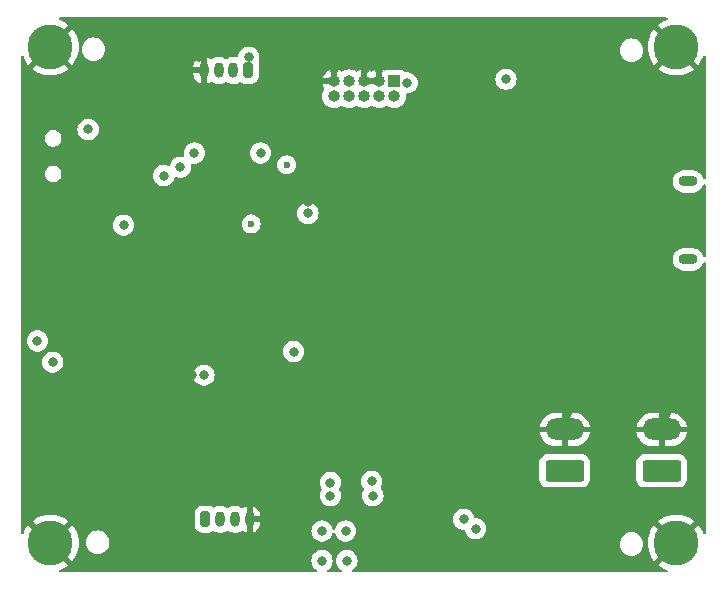
<source format=gbr>
%TF.GenerationSoftware,KiCad,Pcbnew,8.0.3*%
%TF.CreationDate,2024-07-29T11:00:05+05:30*%
%TF.ProjectId,SSTM32_REV2,5353544d-3332-45f5-9245-56322e6b6963,rev?*%
%TF.SameCoordinates,Original*%
%TF.FileFunction,Copper,L2,Inr*%
%TF.FilePolarity,Positive*%
%FSLAX46Y46*%
G04 Gerber Fmt 4.6, Leading zero omitted, Abs format (unit mm)*
G04 Created by KiCad (PCBNEW 8.0.3) date 2024-07-29 11:00:05*
%MOMM*%
%LPD*%
G01*
G04 APERTURE LIST*
G04 Aperture macros list*
%AMRoundRect*
0 Rectangle with rounded corners*
0 $1 Rounding radius*
0 $2 $3 $4 $5 $6 $7 $8 $9 X,Y pos of 4 corners*
0 Add a 4 corners polygon primitive as box body*
4,1,4,$2,$3,$4,$5,$6,$7,$8,$9,$2,$3,0*
0 Add four circle primitives for the rounded corners*
1,1,$1+$1,$2,$3*
1,1,$1+$1,$4,$5*
1,1,$1+$1,$6,$7*
1,1,$1+$1,$8,$9*
0 Add four rect primitives between the rounded corners*
20,1,$1+$1,$2,$3,$4,$5,0*
20,1,$1+$1,$4,$5,$6,$7,0*
20,1,$1+$1,$6,$7,$8,$9,0*
20,1,$1+$1,$8,$9,$2,$3,0*%
G04 Aperture macros list end*
%TA.AperFunction,ComponentPad*%
%ADD10RoundRect,0.250000X1.400000X-0.650000X1.400000X0.650000X-1.400000X0.650000X-1.400000X-0.650000X0*%
%TD*%
%TA.AperFunction,ComponentPad*%
%ADD11O,3.300000X1.800000*%
%TD*%
%TA.AperFunction,ComponentPad*%
%ADD12C,3.800000*%
%TD*%
%TA.AperFunction,ComponentPad*%
%ADD13RoundRect,0.200000X-0.200000X-0.450000X0.200000X-0.450000X0.200000X0.450000X-0.200000X0.450000X0*%
%TD*%
%TA.AperFunction,ComponentPad*%
%ADD14O,0.800000X1.300000*%
%TD*%
%TA.AperFunction,ComponentPad*%
%ADD15R,1.000000X1.000000*%
%TD*%
%TA.AperFunction,ComponentPad*%
%ADD16O,1.000000X1.000000*%
%TD*%
%TA.AperFunction,ComponentPad*%
%ADD17O,1.600000X0.900000*%
%TD*%
%TA.AperFunction,ComponentPad*%
%ADD18RoundRect,0.200000X0.200000X0.450000X-0.200000X0.450000X-0.200000X-0.450000X0.200000X-0.450000X0*%
%TD*%
%TA.AperFunction,ViaPad*%
%ADD19C,0.800000*%
%TD*%
%TA.AperFunction,ViaPad*%
%ADD20C,0.600000*%
%TD*%
G04 APERTURE END LIST*
D10*
%TO.N,+12V*%
%TO.C,J1*%
X188552500Y-116900000D03*
X196752500Y-116900000D03*
D11*
%TO.N,GND*%
X188552500Y-113400000D03*
X196752500Y-113400000D03*
%TD*%
D12*
%TO.N,GND*%
%TO.C,H2*%
X198000000Y-123000000D03*
%TD*%
%TO.N,GND*%
%TO.C,H1*%
X145000000Y-81000000D03*
%TD*%
%TO.N,GND*%
%TO.C,H3*%
X145000000Y-123000000D03*
%TD*%
D13*
%TO.N,+3.3V*%
%TO.C,J4*%
X158125000Y-121000000D03*
D14*
%TO.N,UART3_TX*%
X159375000Y-121000000D03*
%TO.N,UART3_RX*%
X160625000Y-121000000D03*
%TO.N,GND*%
X161875000Y-121000000D03*
%TD*%
D15*
%TO.N,+3.3V*%
%TO.C,J6*%
X174100000Y-83925000D03*
D16*
%TO.N,SWDIO*%
X174100000Y-85195000D03*
%TO.N,GND*%
X172830000Y-83925000D03*
%TO.N,SWCLK*%
X172830000Y-85195000D03*
%TO.N,GND*%
X171560000Y-83925000D03*
%TO.N,SWO*%
X171560000Y-85195000D03*
%TO.N,unconnected-(J6-Pin_7-Pad7)*%
X170290000Y-83925000D03*
%TO.N,unconnected-(J6-Pin_8-Pad8)*%
X170290000Y-85195000D03*
%TO.N,GND*%
X169020000Y-83925000D03*
%TO.N,NRST*%
X169020000Y-85195000D03*
%TD*%
D17*
%TO.N,unconnected-(J5-Shield-Pad6)_1*%
%TO.C,J5*%
X199000000Y-99000000D03*
%TO.N,unconnected-(J5-Shield-Pad6)*%
X199000000Y-92400000D03*
%TD*%
D12*
%TO.N,GND*%
%TO.C,H4*%
X198000000Y-81000000D03*
%TD*%
D18*
%TO.N,+3.3V*%
%TO.C,J3*%
X161750000Y-83000000D03*
D14*
%TO.N,I2C1_SCL*%
X160500000Y-83000000D03*
%TO.N,I2C1_SDA*%
X159250000Y-83000000D03*
%TO.N,GND*%
X158000000Y-83000000D03*
%TD*%
D19*
%TO.N,GND*%
X152100000Y-93000000D03*
X151000000Y-101300000D03*
X172900000Y-122000000D03*
X185000000Y-122500000D03*
X172850000Y-82900000D03*
X172900000Y-125000000D03*
X190900000Y-93800000D03*
X172300000Y-111000000D03*
X146300000Y-100100000D03*
X152000000Y-101300000D03*
X157600000Y-92000000D03*
X176100000Y-112000000D03*
X165800000Y-108900000D03*
X186000000Y-121800000D03*
X197100000Y-112100000D03*
X184000000Y-111000000D03*
X194000000Y-93000000D03*
X147500000Y-102600000D03*
X148100000Y-92500000D03*
X168975784Y-94188228D03*
X183800000Y-116500000D03*
X194000000Y-94200000D03*
X167200000Y-106000000D03*
X188700000Y-112100000D03*
X173000000Y-123900000D03*
X157000000Y-108800000D03*
X149000000Y-95200000D03*
X183575000Y-85750000D03*
X172895950Y-120871090D03*
X152000000Y-94300000D03*
X195000000Y-93000000D03*
X150000000Y-97800000D03*
X178080996Y-119290190D03*
X182400000Y-115600000D03*
X178100000Y-120200000D03*
X195200000Y-94200000D03*
X172100000Y-113000000D03*
X177900000Y-112000000D03*
X166800000Y-94100000D03*
X171600000Y-82900000D03*
X152100000Y-106500000D03*
X169050000Y-82900000D03*
X157600000Y-81900000D03*
%TO.N,+3.3V*%
X158000000Y-108800000D03*
X157200000Y-90000000D03*
X166800000Y-95100000D03*
X161800000Y-81900000D03*
X168700000Y-117900000D03*
X168000000Y-122000000D03*
X168000000Y-124500000D03*
X145200000Y-107700000D03*
X151200000Y-96100000D03*
X175200000Y-84050000D03*
X165600000Y-106800000D03*
X170100000Y-124500000D03*
X156000000Y-91200000D03*
X154600000Y-91900000D03*
X172300000Y-119000000D03*
X181000000Y-121800000D03*
X148200000Y-88000000D03*
X168700000Y-119000000D03*
X170000000Y-122000000D03*
X162800000Y-90000000D03*
X172200000Y-117800000D03*
X143900000Y-105900000D03*
X183575000Y-83750000D03*
X180000000Y-121000000D03*
D20*
%TO.N,NRST*%
X165000000Y-91000000D03*
X162000000Y-96000000D03*
%TD*%
%TA.AperFunction,Conductor*%
%TO.N,GND*%
G36*
X197210493Y-78520185D02*
G01*
X197256248Y-78572989D01*
X197266192Y-78642147D01*
X197237167Y-78705703D01*
X197189101Y-78739792D01*
X196976117Y-78824117D01*
X196976109Y-78824121D01*
X196711476Y-78969604D01*
X196711471Y-78969607D01*
X196486565Y-79133010D01*
X196486564Y-79133011D01*
X197417262Y-80063709D01*
X197283398Y-80160967D01*
X197160967Y-80283398D01*
X197063709Y-80417262D01*
X196135311Y-79488864D01*
X196054520Y-79586525D01*
X196054518Y-79586528D01*
X195892707Y-79841502D01*
X195892704Y-79841508D01*
X195764127Y-80114747D01*
X195764125Y-80114752D01*
X195670805Y-80401959D01*
X195614216Y-80698609D01*
X195614215Y-80698616D01*
X195595255Y-80999994D01*
X195595255Y-81000005D01*
X195614215Y-81301383D01*
X195614216Y-81301390D01*
X195670805Y-81598040D01*
X195764125Y-81885247D01*
X195764127Y-81885252D01*
X195892704Y-82158491D01*
X195892707Y-82158497D01*
X196054516Y-82413469D01*
X196135311Y-82511133D01*
X197063708Y-81582736D01*
X197160967Y-81716602D01*
X197283398Y-81839033D01*
X197417262Y-81936290D01*
X196486564Y-82866987D01*
X196486565Y-82866989D01*
X196711461Y-83030385D01*
X196711479Y-83030397D01*
X196976109Y-83175878D01*
X196976117Y-83175882D01*
X197256889Y-83287047D01*
X197256892Y-83287048D01*
X197549399Y-83362150D01*
X197848995Y-83399999D01*
X197849007Y-83400000D01*
X198150993Y-83400000D01*
X198151004Y-83399999D01*
X198450600Y-83362150D01*
X198743107Y-83287048D01*
X198743110Y-83287047D01*
X199023882Y-83175882D01*
X199023890Y-83175878D01*
X199288520Y-83030397D01*
X199288530Y-83030390D01*
X199513433Y-82866987D01*
X199513434Y-82866987D01*
X198582737Y-81936290D01*
X198716602Y-81839033D01*
X198839033Y-81716602D01*
X198936290Y-81582737D01*
X199864687Y-82511134D01*
X199945486Y-82413464D01*
X200107292Y-82158497D01*
X200107295Y-82158491D01*
X200235872Y-81885252D01*
X200235874Y-81885247D01*
X200257569Y-81818479D01*
X200297006Y-81760804D01*
X200361365Y-81733605D01*
X200430211Y-81745520D01*
X200481687Y-81792764D01*
X200499500Y-81856797D01*
X200499500Y-92067971D01*
X200479815Y-92135010D01*
X200427011Y-92180765D01*
X200357853Y-92190709D01*
X200294297Y-92161684D01*
X200260939Y-92115424D01*
X200221185Y-92019451D01*
X200192322Y-91949769D01*
X200192320Y-91949766D01*
X200192318Y-91949762D01*
X200088302Y-91794092D01*
X200088299Y-91794088D01*
X199955911Y-91661700D01*
X199955907Y-91661697D01*
X199800237Y-91557681D01*
X199800228Y-91557676D01*
X199627251Y-91486027D01*
X199627243Y-91486025D01*
X199443620Y-91449500D01*
X199443616Y-91449500D01*
X198556384Y-91449500D01*
X198556379Y-91449500D01*
X198372756Y-91486025D01*
X198372748Y-91486027D01*
X198199771Y-91557676D01*
X198199762Y-91557681D01*
X198044092Y-91661697D01*
X198044088Y-91661700D01*
X197911700Y-91794088D01*
X197911697Y-91794092D01*
X197807681Y-91949762D01*
X197807676Y-91949771D01*
X197736027Y-92122748D01*
X197736025Y-92122756D01*
X197699500Y-92306379D01*
X197699500Y-92493620D01*
X197736025Y-92677243D01*
X197736027Y-92677251D01*
X197807676Y-92850228D01*
X197807681Y-92850237D01*
X197911697Y-93005907D01*
X197911700Y-93005911D01*
X198044088Y-93138299D01*
X198044092Y-93138302D01*
X198199762Y-93242318D01*
X198199768Y-93242321D01*
X198199769Y-93242322D01*
X198372749Y-93313973D01*
X198556379Y-93350499D01*
X198556383Y-93350500D01*
X198556384Y-93350500D01*
X199443617Y-93350500D01*
X199443618Y-93350499D01*
X199627251Y-93313973D01*
X199800231Y-93242322D01*
X199955908Y-93138302D01*
X200088302Y-93005908D01*
X200192322Y-92850231D01*
X200260939Y-92684574D01*
X200304780Y-92630172D01*
X200371074Y-92608107D01*
X200438773Y-92625386D01*
X200486384Y-92676523D01*
X200499500Y-92732028D01*
X200499500Y-98667971D01*
X200479815Y-98735010D01*
X200427011Y-98780765D01*
X200357853Y-98790709D01*
X200294297Y-98761684D01*
X200260939Y-98715424D01*
X200192323Y-98549772D01*
X200192323Y-98549771D01*
X200192322Y-98549769D01*
X200192320Y-98549766D01*
X200192318Y-98549762D01*
X200088302Y-98394092D01*
X200088299Y-98394088D01*
X199955911Y-98261700D01*
X199955907Y-98261697D01*
X199800237Y-98157681D01*
X199800228Y-98157676D01*
X199627251Y-98086027D01*
X199627243Y-98086025D01*
X199443620Y-98049500D01*
X199443616Y-98049500D01*
X198556384Y-98049500D01*
X198556379Y-98049500D01*
X198372756Y-98086025D01*
X198372748Y-98086027D01*
X198199771Y-98157676D01*
X198199762Y-98157681D01*
X198044092Y-98261697D01*
X198044088Y-98261700D01*
X197911700Y-98394088D01*
X197911697Y-98394092D01*
X197807681Y-98549762D01*
X197807676Y-98549771D01*
X197736027Y-98722748D01*
X197736025Y-98722756D01*
X197699500Y-98906379D01*
X197699500Y-99093620D01*
X197736025Y-99277243D01*
X197736027Y-99277251D01*
X197807676Y-99450228D01*
X197807681Y-99450237D01*
X197911697Y-99605907D01*
X197911700Y-99605911D01*
X198044088Y-99738299D01*
X198044092Y-99738302D01*
X198199762Y-99842318D01*
X198199768Y-99842321D01*
X198199769Y-99842322D01*
X198372749Y-99913973D01*
X198556379Y-99950499D01*
X198556383Y-99950500D01*
X198556384Y-99950500D01*
X199443617Y-99950500D01*
X199443618Y-99950499D01*
X199627251Y-99913973D01*
X199800231Y-99842322D01*
X199955908Y-99738302D01*
X200088302Y-99605908D01*
X200192322Y-99450231D01*
X200260939Y-99284574D01*
X200304780Y-99230172D01*
X200371074Y-99208107D01*
X200438773Y-99225386D01*
X200486384Y-99276523D01*
X200499500Y-99332028D01*
X200499500Y-122143202D01*
X200479815Y-122210241D01*
X200427011Y-122255996D01*
X200357853Y-122265940D01*
X200294297Y-122236915D01*
X200257569Y-122181520D01*
X200235874Y-122114752D01*
X200235872Y-122114747D01*
X200107295Y-121841508D01*
X200107292Y-121841502D01*
X199945483Y-121586530D01*
X199864686Y-121488864D01*
X198936289Y-122417261D01*
X198839033Y-122283398D01*
X198716602Y-122160967D01*
X198582736Y-122063709D01*
X199513434Y-121133011D01*
X199513433Y-121133009D01*
X199288538Y-120969614D01*
X199288520Y-120969602D01*
X199023890Y-120824121D01*
X199023882Y-120824117D01*
X198743110Y-120712952D01*
X198743107Y-120712951D01*
X198450600Y-120637849D01*
X198151004Y-120600000D01*
X197848995Y-120600000D01*
X197549399Y-120637849D01*
X197256892Y-120712951D01*
X197256889Y-120712952D01*
X196976117Y-120824117D01*
X196976109Y-120824121D01*
X196711476Y-120969604D01*
X196711471Y-120969607D01*
X196486565Y-121133010D01*
X196486564Y-121133011D01*
X197417262Y-122063709D01*
X197283398Y-122160967D01*
X197160967Y-122283398D01*
X197063709Y-122417262D01*
X196135311Y-121488864D01*
X196054520Y-121586525D01*
X196054518Y-121586528D01*
X195892707Y-121841502D01*
X195892704Y-121841508D01*
X195764127Y-122114747D01*
X195764125Y-122114752D01*
X195670805Y-122401959D01*
X195614216Y-122698609D01*
X195614215Y-122698616D01*
X195595255Y-122999994D01*
X195595255Y-123000005D01*
X195614215Y-123301383D01*
X195614216Y-123301390D01*
X195670805Y-123598040D01*
X195764125Y-123885247D01*
X195764127Y-123885252D01*
X195892704Y-124158491D01*
X195892707Y-124158497D01*
X196054516Y-124413469D01*
X196135311Y-124511133D01*
X197063708Y-123582736D01*
X197160967Y-123716602D01*
X197283398Y-123839033D01*
X197417262Y-123936290D01*
X196486564Y-124866987D01*
X196486565Y-124866989D01*
X196711461Y-125030385D01*
X196711479Y-125030397D01*
X196976109Y-125175878D01*
X196976117Y-125175882D01*
X197189101Y-125260208D01*
X197244187Y-125303189D01*
X197267290Y-125369128D01*
X197251077Y-125437090D01*
X197200694Y-125485498D01*
X197143454Y-125499500D01*
X170637961Y-125499500D01*
X170570922Y-125479815D01*
X170525167Y-125427011D01*
X170515223Y-125357853D01*
X170544248Y-125294297D01*
X170565076Y-125275182D01*
X170650390Y-125213197D01*
X170705871Y-125172888D01*
X170832533Y-125032216D01*
X170927179Y-124868284D01*
X170985674Y-124688256D01*
X171005460Y-124500000D01*
X170985674Y-124311744D01*
X170927179Y-124131716D01*
X170832533Y-123967784D01*
X170705871Y-123827112D01*
X170683534Y-123810883D01*
X170552734Y-123715851D01*
X170552729Y-123715848D01*
X170379807Y-123638857D01*
X170379802Y-123638855D01*
X170234001Y-123607865D01*
X170194646Y-123599500D01*
X170005354Y-123599500D01*
X169972897Y-123606398D01*
X169820197Y-123638855D01*
X169820192Y-123638857D01*
X169647270Y-123715848D01*
X169647265Y-123715851D01*
X169494129Y-123827111D01*
X169367466Y-123967785D01*
X169272821Y-124131715D01*
X169272818Y-124131722D01*
X169256903Y-124180705D01*
X169214326Y-124311744D01*
X169194540Y-124500000D01*
X169214326Y-124688256D01*
X169214327Y-124688259D01*
X169272818Y-124868277D01*
X169272821Y-124868284D01*
X169367467Y-125032216D01*
X169494129Y-125172888D01*
X169634924Y-125275182D01*
X169677590Y-125330512D01*
X169683569Y-125400125D01*
X169650963Y-125461920D01*
X169590124Y-125496278D01*
X169562039Y-125499500D01*
X168537961Y-125499500D01*
X168470922Y-125479815D01*
X168425167Y-125427011D01*
X168415223Y-125357853D01*
X168444248Y-125294297D01*
X168465076Y-125275182D01*
X168550390Y-125213197D01*
X168605871Y-125172888D01*
X168732533Y-125032216D01*
X168827179Y-124868284D01*
X168885674Y-124688256D01*
X168905460Y-124500000D01*
X168885674Y-124311744D01*
X168827179Y-124131716D01*
X168732533Y-123967784D01*
X168605871Y-123827112D01*
X168583534Y-123810883D01*
X168452734Y-123715851D01*
X168452729Y-123715848D01*
X168279807Y-123638857D01*
X168279802Y-123638855D01*
X168134001Y-123607865D01*
X168094646Y-123599500D01*
X167905354Y-123599500D01*
X167872897Y-123606398D01*
X167720197Y-123638855D01*
X167720192Y-123638857D01*
X167547270Y-123715848D01*
X167547265Y-123715851D01*
X167394129Y-123827111D01*
X167267466Y-123967785D01*
X167172821Y-124131715D01*
X167172818Y-124131722D01*
X167156903Y-124180705D01*
X167114326Y-124311744D01*
X167094540Y-124500000D01*
X167114326Y-124688256D01*
X167114327Y-124688259D01*
X167172818Y-124868277D01*
X167172821Y-124868284D01*
X167267467Y-125032216D01*
X167394129Y-125172888D01*
X167534924Y-125275182D01*
X167577590Y-125330512D01*
X167583569Y-125400125D01*
X167550963Y-125461920D01*
X167490124Y-125496278D01*
X167462039Y-125499500D01*
X145856546Y-125499500D01*
X145789507Y-125479815D01*
X145743752Y-125427011D01*
X145733808Y-125357853D01*
X145762833Y-125294297D01*
X145810899Y-125260208D01*
X146023882Y-125175882D01*
X146023890Y-125175878D01*
X146288520Y-125030397D01*
X146288530Y-125030390D01*
X146513433Y-124866987D01*
X146513434Y-124866987D01*
X145582737Y-123936290D01*
X145716602Y-123839033D01*
X145839033Y-123716602D01*
X145936290Y-123582737D01*
X146864687Y-124511134D01*
X146945486Y-124413464D01*
X147107292Y-124158497D01*
X147107295Y-124158491D01*
X147235872Y-123885252D01*
X147235874Y-123885247D01*
X147329194Y-123598040D01*
X147385783Y-123301390D01*
X147385784Y-123301383D01*
X147404745Y-123000005D01*
X147404745Y-122999994D01*
X147401600Y-122950000D01*
X147994659Y-122950000D01*
X148013975Y-123146129D01*
X148071188Y-123334733D01*
X148164086Y-123508532D01*
X148164090Y-123508539D01*
X148289116Y-123660883D01*
X148441460Y-123785909D01*
X148441467Y-123785913D01*
X148615266Y-123878811D01*
X148615269Y-123878811D01*
X148615273Y-123878814D01*
X148803868Y-123936024D01*
X149000000Y-123955341D01*
X149196132Y-123936024D01*
X149384727Y-123878814D01*
X149558538Y-123785910D01*
X149710883Y-123660883D01*
X149835910Y-123508538D01*
X149928814Y-123334727D01*
X149986024Y-123146132D01*
X149990568Y-123100000D01*
X193194659Y-123100000D01*
X193213975Y-123296129D01*
X193271188Y-123484733D01*
X193364086Y-123658532D01*
X193364090Y-123658539D01*
X193489116Y-123810883D01*
X193641460Y-123935909D01*
X193641467Y-123935913D01*
X193815266Y-124028811D01*
X193815269Y-124028811D01*
X193815273Y-124028814D01*
X194003868Y-124086024D01*
X194200000Y-124105341D01*
X194396132Y-124086024D01*
X194584727Y-124028814D01*
X194758538Y-123935910D01*
X194910883Y-123810883D01*
X195035910Y-123658538D01*
X195128814Y-123484727D01*
X195186024Y-123296132D01*
X195205341Y-123100000D01*
X195186024Y-122903868D01*
X195128814Y-122715273D01*
X195128811Y-122715269D01*
X195128811Y-122715266D01*
X195035913Y-122541467D01*
X195035909Y-122541460D01*
X194910883Y-122389116D01*
X194758539Y-122264090D01*
X194758532Y-122264086D01*
X194584733Y-122171188D01*
X194584727Y-122171186D01*
X194409078Y-122117903D01*
X194396129Y-122113975D01*
X194200000Y-122094659D01*
X194003870Y-122113975D01*
X193815266Y-122171188D01*
X193641467Y-122264086D01*
X193641460Y-122264090D01*
X193489116Y-122389116D01*
X193364090Y-122541460D01*
X193364086Y-122541467D01*
X193271188Y-122715266D01*
X193213975Y-122903870D01*
X193194659Y-123100000D01*
X149990568Y-123100000D01*
X150005341Y-122950000D01*
X149986024Y-122753868D01*
X149928814Y-122565273D01*
X149928811Y-122565269D01*
X149928811Y-122565266D01*
X149835913Y-122391467D01*
X149835909Y-122391460D01*
X149710883Y-122239116D01*
X149558539Y-122114090D01*
X149558532Y-122114086D01*
X149384733Y-122021188D01*
X149384727Y-122021186D01*
X149196132Y-121963976D01*
X149196129Y-121963975D01*
X149000000Y-121944659D01*
X148803870Y-121963975D01*
X148615266Y-122021188D01*
X148441467Y-122114086D01*
X148441460Y-122114090D01*
X148289116Y-122239116D01*
X148164090Y-122391460D01*
X148164086Y-122391467D01*
X148071188Y-122565266D01*
X148013975Y-122753870D01*
X147994659Y-122950000D01*
X147401600Y-122950000D01*
X147385784Y-122698616D01*
X147385783Y-122698609D01*
X147329194Y-122401959D01*
X147235874Y-122114752D01*
X147235872Y-122114747D01*
X147107295Y-121841508D01*
X147107292Y-121841502D01*
X146945483Y-121586530D01*
X146864686Y-121488864D01*
X145936289Y-122417261D01*
X145839033Y-122283398D01*
X145716602Y-122160967D01*
X145582736Y-122063709D01*
X146513434Y-121133011D01*
X146513433Y-121133009D01*
X146288538Y-120969614D01*
X146288520Y-120969602D01*
X146023890Y-120824121D01*
X146023882Y-120824117D01*
X145743110Y-120712952D01*
X145743107Y-120712951D01*
X145450600Y-120637849D01*
X145151004Y-120600000D01*
X144848995Y-120600000D01*
X144549399Y-120637849D01*
X144256892Y-120712951D01*
X144256889Y-120712952D01*
X143976117Y-120824117D01*
X143976109Y-120824121D01*
X143711476Y-120969604D01*
X143711471Y-120969607D01*
X143486565Y-121133010D01*
X143486564Y-121133011D01*
X144417262Y-122063709D01*
X144283398Y-122160967D01*
X144160967Y-122283398D01*
X144063709Y-122417262D01*
X143135311Y-121488864D01*
X143054520Y-121586525D01*
X143054518Y-121586528D01*
X142892707Y-121841502D01*
X142892704Y-121841508D01*
X142764127Y-122114747D01*
X142764125Y-122114752D01*
X142742431Y-122181520D01*
X142702993Y-122239196D01*
X142638635Y-122266394D01*
X142569788Y-122254479D01*
X142518313Y-122207235D01*
X142500500Y-122143202D01*
X142500500Y-120493386D01*
X157224500Y-120493386D01*
X157224500Y-121506613D01*
X157230913Y-121577192D01*
X157230913Y-121577194D01*
X157230914Y-121577196D01*
X157281522Y-121739606D01*
X157354993Y-121861142D01*
X157369530Y-121885188D01*
X157489811Y-122005469D01*
X157489813Y-122005470D01*
X157489815Y-122005472D01*
X157635394Y-122093478D01*
X157797804Y-122144086D01*
X157868384Y-122150500D01*
X157868387Y-122150500D01*
X158381613Y-122150500D01*
X158381616Y-122150500D01*
X158452196Y-122144086D01*
X158614606Y-122093478D01*
X158758125Y-122006717D01*
X158825676Y-121988882D01*
X158891162Y-122009733D01*
X158948450Y-122048011D01*
X158948457Y-122048015D01*
X158975451Y-122059196D01*
X159112334Y-122115894D01*
X159112336Y-122115894D01*
X159112341Y-122115896D01*
X159286304Y-122150499D01*
X159286307Y-122150500D01*
X159286309Y-122150500D01*
X159463693Y-122150500D01*
X159463694Y-122150499D01*
X159521682Y-122138964D01*
X159637658Y-122115896D01*
X159637661Y-122115894D01*
X159637666Y-122115894D01*
X159801547Y-122048013D01*
X159913828Y-121972989D01*
X159931109Y-121961442D01*
X159997786Y-121940564D01*
X160065166Y-121959048D01*
X160068891Y-121961442D01*
X160198446Y-122048008D01*
X160198453Y-122048013D01*
X160198455Y-122048014D01*
X160198459Y-122048016D01*
X160308214Y-122093477D01*
X160362334Y-122115894D01*
X160362336Y-122115894D01*
X160362341Y-122115896D01*
X160536304Y-122150499D01*
X160536307Y-122150500D01*
X160536309Y-122150500D01*
X160713693Y-122150500D01*
X160713694Y-122150499D01*
X160771682Y-122138964D01*
X160887658Y-122115896D01*
X160887661Y-122115894D01*
X160887666Y-122115894D01*
X161051547Y-122048013D01*
X161051552Y-122048009D01*
X161051555Y-122048008D01*
X161140042Y-121988882D01*
X161181558Y-121961141D01*
X161248234Y-121940263D01*
X161315615Y-121958747D01*
X161319340Y-121961141D01*
X161448683Y-122047566D01*
X161448693Y-122047571D01*
X161612476Y-122115412D01*
X161612483Y-122115415D01*
X161625000Y-122117904D01*
X161625000Y-122117903D01*
X162125000Y-122117903D01*
X162137516Y-122115415D01*
X162137523Y-122115412D01*
X162301306Y-122047571D01*
X162301316Y-122047566D01*
X162372503Y-122000000D01*
X167094540Y-122000000D01*
X167114326Y-122188256D01*
X167114327Y-122188259D01*
X167172818Y-122368277D01*
X167172821Y-122368284D01*
X167267467Y-122532216D01*
X167383553Y-122661142D01*
X167394129Y-122672888D01*
X167547265Y-122784148D01*
X167547270Y-122784151D01*
X167720192Y-122861142D01*
X167720197Y-122861144D01*
X167905354Y-122900500D01*
X167905355Y-122900500D01*
X168094644Y-122900500D01*
X168094646Y-122900500D01*
X168279803Y-122861144D01*
X168452730Y-122784151D01*
X168605871Y-122672888D01*
X168732533Y-122532216D01*
X168827179Y-122368284D01*
X168882069Y-122199351D01*
X168921506Y-122141675D01*
X168985865Y-122114477D01*
X169054711Y-122126392D01*
X169106187Y-122173636D01*
X169117931Y-122199351D01*
X169172818Y-122368277D01*
X169172821Y-122368284D01*
X169267467Y-122532216D01*
X169383553Y-122661142D01*
X169394129Y-122672888D01*
X169547265Y-122784148D01*
X169547270Y-122784151D01*
X169720192Y-122861142D01*
X169720197Y-122861144D01*
X169905354Y-122900500D01*
X169905355Y-122900500D01*
X170094644Y-122900500D01*
X170094646Y-122900500D01*
X170279803Y-122861144D01*
X170452730Y-122784151D01*
X170605871Y-122672888D01*
X170732533Y-122532216D01*
X170827179Y-122368284D01*
X170885674Y-122188256D01*
X170905460Y-122000000D01*
X170885674Y-121811744D01*
X170827179Y-121631716D01*
X170732533Y-121467784D01*
X170605871Y-121327112D01*
X170605870Y-121327111D01*
X170452734Y-121215851D01*
X170452729Y-121215848D01*
X170279807Y-121138857D01*
X170279802Y-121138855D01*
X170134001Y-121107865D01*
X170094646Y-121099500D01*
X169905354Y-121099500D01*
X169872897Y-121106398D01*
X169720197Y-121138855D01*
X169720192Y-121138857D01*
X169547270Y-121215848D01*
X169547265Y-121215851D01*
X169394129Y-121327111D01*
X169267466Y-121467785D01*
X169172821Y-121631715D01*
X169172818Y-121631722D01*
X169117931Y-121800648D01*
X169078493Y-121858324D01*
X169014135Y-121885522D01*
X168945288Y-121873607D01*
X168893813Y-121826363D01*
X168882069Y-121800648D01*
X168827181Y-121631722D01*
X168827180Y-121631721D01*
X168827179Y-121631716D01*
X168732533Y-121467784D01*
X168605871Y-121327112D01*
X168605870Y-121327111D01*
X168452734Y-121215851D01*
X168452729Y-121215848D01*
X168279807Y-121138857D01*
X168279802Y-121138855D01*
X168134001Y-121107865D01*
X168094646Y-121099500D01*
X167905354Y-121099500D01*
X167872897Y-121106398D01*
X167720197Y-121138855D01*
X167720192Y-121138857D01*
X167547270Y-121215848D01*
X167547265Y-121215851D01*
X167394129Y-121327111D01*
X167267466Y-121467785D01*
X167172821Y-121631715D01*
X167172818Y-121631722D01*
X167118142Y-121800000D01*
X167114326Y-121811744D01*
X167094540Y-122000000D01*
X162372503Y-122000000D01*
X162448716Y-121949076D01*
X162448720Y-121949073D01*
X162574073Y-121823720D01*
X162574076Y-121823716D01*
X162672566Y-121676316D01*
X162672571Y-121676307D01*
X162740413Y-121512520D01*
X162740415Y-121512512D01*
X162774999Y-121338646D01*
X162775000Y-121338643D01*
X162775000Y-121250000D01*
X162125000Y-121250000D01*
X162125000Y-122117903D01*
X161625000Y-122117903D01*
X161625000Y-121049728D01*
X161663060Y-121141614D01*
X161733386Y-121211940D01*
X161825272Y-121250000D01*
X161924728Y-121250000D01*
X162016614Y-121211940D01*
X162086940Y-121141614D01*
X162125000Y-121049728D01*
X162125000Y-121000000D01*
X179094540Y-121000000D01*
X179114326Y-121188256D01*
X179114327Y-121188259D01*
X179172818Y-121368277D01*
X179172821Y-121368284D01*
X179267467Y-121532216D01*
X179357063Y-121631722D01*
X179394129Y-121672888D01*
X179547265Y-121784148D01*
X179547270Y-121784151D01*
X179720192Y-121861142D01*
X179720197Y-121861144D01*
X179905354Y-121900500D01*
X179905355Y-121900500D01*
X179995721Y-121900500D01*
X180062760Y-121920185D01*
X180108515Y-121972989D01*
X180113652Y-121986182D01*
X180172818Y-122168277D01*
X180172821Y-122168284D01*
X180267467Y-122332216D01*
X180320817Y-122391467D01*
X180394129Y-122472888D01*
X180547265Y-122584148D01*
X180547270Y-122584151D01*
X180720192Y-122661142D01*
X180720197Y-122661144D01*
X180905354Y-122700500D01*
X180905355Y-122700500D01*
X181094644Y-122700500D01*
X181094646Y-122700500D01*
X181279803Y-122661144D01*
X181452730Y-122584151D01*
X181605871Y-122472888D01*
X181732533Y-122332216D01*
X181827179Y-122168284D01*
X181885674Y-121988256D01*
X181905460Y-121800000D01*
X181885674Y-121611744D01*
X181827179Y-121431716D01*
X181732533Y-121267784D01*
X181605871Y-121127112D01*
X181605870Y-121127111D01*
X181452734Y-121015851D01*
X181452729Y-121015848D01*
X181279807Y-120938857D01*
X181279802Y-120938855D01*
X181134001Y-120907865D01*
X181094646Y-120899500D01*
X181004279Y-120899500D01*
X180937240Y-120879815D01*
X180891485Y-120827011D01*
X180886348Y-120813818D01*
X180827181Y-120631722D01*
X180827180Y-120631721D01*
X180827179Y-120631716D01*
X180732533Y-120467784D01*
X180605871Y-120327112D01*
X180601164Y-120323692D01*
X180452734Y-120215851D01*
X180452729Y-120215848D01*
X180279807Y-120138857D01*
X180279802Y-120138855D01*
X180134001Y-120107865D01*
X180094646Y-120099500D01*
X179905354Y-120099500D01*
X179872897Y-120106398D01*
X179720197Y-120138855D01*
X179720192Y-120138857D01*
X179547270Y-120215848D01*
X179547265Y-120215851D01*
X179394129Y-120327111D01*
X179267466Y-120467785D01*
X179172821Y-120631715D01*
X179172818Y-120631722D01*
X179122021Y-120788060D01*
X179114326Y-120811744D01*
X179094540Y-121000000D01*
X162125000Y-121000000D01*
X162125000Y-120950272D01*
X162086940Y-120858386D01*
X162016614Y-120788060D01*
X161924728Y-120750000D01*
X162125000Y-120750000D01*
X162775000Y-120750000D01*
X162775000Y-120661357D01*
X162774999Y-120661353D01*
X162740415Y-120487487D01*
X162740413Y-120487479D01*
X162672571Y-120323692D01*
X162672566Y-120323683D01*
X162574076Y-120176283D01*
X162574073Y-120176279D01*
X162448720Y-120050926D01*
X162448716Y-120050923D01*
X162301316Y-119952433D01*
X162301307Y-119952428D01*
X162137519Y-119884585D01*
X162125000Y-119882094D01*
X162125000Y-120750000D01*
X161924728Y-120750000D01*
X161825272Y-120750000D01*
X161733386Y-120788060D01*
X161663060Y-120858386D01*
X161625000Y-120950272D01*
X161625000Y-119882095D01*
X161624999Y-119882094D01*
X161612480Y-119884585D01*
X161448692Y-119952428D01*
X161448683Y-119952433D01*
X161319340Y-120038858D01*
X161252662Y-120059736D01*
X161185282Y-120041251D01*
X161181558Y-120038858D01*
X161051552Y-119951990D01*
X161051540Y-119951983D01*
X160887667Y-119884106D01*
X160887658Y-119884103D01*
X160713694Y-119849500D01*
X160713691Y-119849500D01*
X160536309Y-119849500D01*
X160536306Y-119849500D01*
X160362341Y-119884103D01*
X160362332Y-119884106D01*
X160198459Y-119951983D01*
X160198446Y-119951990D01*
X160068891Y-120038557D01*
X160002213Y-120059435D01*
X159934833Y-120040950D01*
X159931109Y-120038557D01*
X159801553Y-119951990D01*
X159801540Y-119951983D01*
X159637667Y-119884106D01*
X159637658Y-119884103D01*
X159463694Y-119849500D01*
X159463691Y-119849500D01*
X159286309Y-119849500D01*
X159286306Y-119849500D01*
X159112341Y-119884103D01*
X159112332Y-119884106D01*
X158948460Y-119951983D01*
X158948449Y-119951989D01*
X158891162Y-119990267D01*
X158824484Y-120011144D01*
X158758122Y-119993281D01*
X158614606Y-119906522D01*
X158536212Y-119882094D01*
X158452196Y-119855914D01*
X158452194Y-119855913D01*
X158452192Y-119855913D01*
X158402778Y-119851423D01*
X158381616Y-119849500D01*
X157868384Y-119849500D01*
X157849145Y-119851248D01*
X157797807Y-119855913D01*
X157635393Y-119906522D01*
X157489811Y-119994530D01*
X157369530Y-120114811D01*
X157281522Y-120260393D01*
X157230913Y-120422807D01*
X157224500Y-120493386D01*
X142500500Y-120493386D01*
X142500500Y-117900000D01*
X167794540Y-117900000D01*
X167814326Y-118088256D01*
X167814327Y-118088259D01*
X167872818Y-118268277D01*
X167872821Y-118268284D01*
X167941939Y-118388000D01*
X167958412Y-118455900D01*
X167941939Y-118512000D01*
X167872821Y-118631715D01*
X167872818Y-118631722D01*
X167814327Y-118811740D01*
X167814326Y-118811744D01*
X167794540Y-119000000D01*
X167814326Y-119188256D01*
X167814327Y-119188259D01*
X167872818Y-119368277D01*
X167872821Y-119368284D01*
X167967467Y-119532216D01*
X168094129Y-119672888D01*
X168247265Y-119784148D01*
X168247270Y-119784151D01*
X168420192Y-119861142D01*
X168420197Y-119861144D01*
X168605354Y-119900500D01*
X168605355Y-119900500D01*
X168794644Y-119900500D01*
X168794646Y-119900500D01*
X168979803Y-119861144D01*
X169152730Y-119784151D01*
X169305871Y-119672888D01*
X169432533Y-119532216D01*
X169527179Y-119368284D01*
X169585674Y-119188256D01*
X169605460Y-119000000D01*
X169585674Y-118811744D01*
X169527179Y-118631716D01*
X169458060Y-118511999D01*
X169441588Y-118444100D01*
X169458061Y-118388000D01*
X169459273Y-118385901D01*
X169527179Y-118268284D01*
X169585674Y-118088256D01*
X169605460Y-117900000D01*
X169594950Y-117800000D01*
X171294540Y-117800000D01*
X171314326Y-117988256D01*
X171314327Y-117988259D01*
X171372818Y-118168277D01*
X171372821Y-118168284D01*
X171467467Y-118332216D01*
X171478500Y-118344469D01*
X171515805Y-118385901D01*
X171546035Y-118448893D01*
X171537410Y-118518228D01*
X171531043Y-118530872D01*
X171472820Y-118631718D01*
X171472818Y-118631722D01*
X171414327Y-118811740D01*
X171414326Y-118811744D01*
X171394540Y-119000000D01*
X171414326Y-119188256D01*
X171414327Y-119188259D01*
X171472818Y-119368277D01*
X171472821Y-119368284D01*
X171567467Y-119532216D01*
X171694129Y-119672888D01*
X171847265Y-119784148D01*
X171847270Y-119784151D01*
X172020192Y-119861142D01*
X172020197Y-119861144D01*
X172205354Y-119900500D01*
X172205355Y-119900500D01*
X172394644Y-119900500D01*
X172394646Y-119900500D01*
X172579803Y-119861144D01*
X172752730Y-119784151D01*
X172905871Y-119672888D01*
X173032533Y-119532216D01*
X173127179Y-119368284D01*
X173185674Y-119188256D01*
X173205460Y-119000000D01*
X173185674Y-118811744D01*
X173127179Y-118631716D01*
X173032533Y-118467784D01*
X172984194Y-118414098D01*
X172953964Y-118351106D01*
X172962589Y-118281771D01*
X172968950Y-118269138D01*
X173027179Y-118168284D01*
X173085674Y-117988256D01*
X173105460Y-117800000D01*
X173085674Y-117611744D01*
X173027179Y-117431716D01*
X172932533Y-117267784D01*
X172805871Y-117127112D01*
X172790369Y-117115849D01*
X172652734Y-117015851D01*
X172652729Y-117015848D01*
X172479807Y-116938857D01*
X172479802Y-116938855D01*
X172334001Y-116907865D01*
X172294646Y-116899500D01*
X172105354Y-116899500D01*
X172072897Y-116906398D01*
X171920197Y-116938855D01*
X171920192Y-116938857D01*
X171747270Y-117015848D01*
X171747265Y-117015851D01*
X171594129Y-117127111D01*
X171467466Y-117267785D01*
X171372821Y-117431715D01*
X171372818Y-117431722D01*
X171318136Y-117600018D01*
X171314326Y-117611744D01*
X171294540Y-117800000D01*
X169594950Y-117800000D01*
X169585674Y-117711744D01*
X169527179Y-117531716D01*
X169432533Y-117367784D01*
X169305871Y-117227112D01*
X169305870Y-117227111D01*
X169152734Y-117115851D01*
X169152729Y-117115848D01*
X168979807Y-117038857D01*
X168979802Y-117038855D01*
X168834001Y-117007865D01*
X168794646Y-116999500D01*
X168605354Y-116999500D01*
X168572897Y-117006398D01*
X168420197Y-117038855D01*
X168420192Y-117038857D01*
X168247270Y-117115848D01*
X168247265Y-117115851D01*
X168094129Y-117227111D01*
X167967466Y-117367785D01*
X167872821Y-117531715D01*
X167872818Y-117531722D01*
X167817233Y-117702796D01*
X167814326Y-117711744D01*
X167794540Y-117900000D01*
X142500500Y-117900000D01*
X142500500Y-116199983D01*
X186402000Y-116199983D01*
X186402000Y-117600001D01*
X186402001Y-117600018D01*
X186412500Y-117702796D01*
X186412501Y-117702799D01*
X186444711Y-117800000D01*
X186467686Y-117869334D01*
X186559788Y-118018656D01*
X186683844Y-118142712D01*
X186833166Y-118234814D01*
X186999703Y-118289999D01*
X187102491Y-118300500D01*
X190002508Y-118300499D01*
X190105297Y-118289999D01*
X190271834Y-118234814D01*
X190421156Y-118142712D01*
X190545212Y-118018656D01*
X190637314Y-117869334D01*
X190692499Y-117702797D01*
X190703000Y-117600009D01*
X190702999Y-116199992D01*
X190702998Y-116199983D01*
X194602000Y-116199983D01*
X194602000Y-117600001D01*
X194602001Y-117600018D01*
X194612500Y-117702796D01*
X194612501Y-117702799D01*
X194644711Y-117800000D01*
X194667686Y-117869334D01*
X194759788Y-118018656D01*
X194883844Y-118142712D01*
X195033166Y-118234814D01*
X195199703Y-118289999D01*
X195302491Y-118300500D01*
X198202508Y-118300499D01*
X198305297Y-118289999D01*
X198471834Y-118234814D01*
X198621156Y-118142712D01*
X198745212Y-118018656D01*
X198837314Y-117869334D01*
X198892499Y-117702797D01*
X198903000Y-117600009D01*
X198902999Y-116199992D01*
X198892499Y-116097203D01*
X198837314Y-115930666D01*
X198745212Y-115781344D01*
X198621156Y-115657288D01*
X198471834Y-115565186D01*
X198305297Y-115510001D01*
X198305295Y-115510000D01*
X198202510Y-115499500D01*
X195302498Y-115499500D01*
X195302481Y-115499501D01*
X195199703Y-115510000D01*
X195199700Y-115510001D01*
X195033168Y-115565185D01*
X195033163Y-115565187D01*
X194883842Y-115657289D01*
X194759789Y-115781342D01*
X194667687Y-115930663D01*
X194667686Y-115930666D01*
X194612501Y-116097203D01*
X194612501Y-116097204D01*
X194612500Y-116097204D01*
X194602000Y-116199983D01*
X190702998Y-116199983D01*
X190692499Y-116097203D01*
X190637314Y-115930666D01*
X190545212Y-115781344D01*
X190421156Y-115657288D01*
X190271834Y-115565186D01*
X190105297Y-115510001D01*
X190105295Y-115510000D01*
X190002510Y-115499500D01*
X187102498Y-115499500D01*
X187102481Y-115499501D01*
X186999703Y-115510000D01*
X186999700Y-115510001D01*
X186833168Y-115565185D01*
X186833163Y-115565187D01*
X186683842Y-115657289D01*
X186559789Y-115781342D01*
X186467687Y-115930663D01*
X186467686Y-115930666D01*
X186412501Y-116097203D01*
X186412501Y-116097204D01*
X186412500Y-116097204D01*
X186402000Y-116199983D01*
X142500500Y-116199983D01*
X142500500Y-113150000D01*
X186424645Y-113150000D01*
X188061752Y-113150000D01*
X188039982Y-113187708D01*
X188002500Y-113327591D01*
X188002500Y-113472409D01*
X188039982Y-113612292D01*
X188061752Y-113650000D01*
X186424645Y-113650000D01*
X186436973Y-113727835D01*
X186436973Y-113727838D01*
X186505067Y-113937410D01*
X186605113Y-114133760D01*
X186734642Y-114312041D01*
X186890458Y-114467857D01*
X187068739Y-114597386D01*
X187265089Y-114697432D01*
X187474664Y-114765526D01*
X187692319Y-114800000D01*
X188302500Y-114800000D01*
X188302500Y-113890747D01*
X188340208Y-113912518D01*
X188480091Y-113950000D01*
X188624909Y-113950000D01*
X188764792Y-113912518D01*
X188802500Y-113890747D01*
X188802500Y-114800000D01*
X189412681Y-114800000D01*
X189630335Y-114765526D01*
X189839910Y-114697432D01*
X190036260Y-114597386D01*
X190214541Y-114467857D01*
X190370357Y-114312041D01*
X190499886Y-114133760D01*
X190599932Y-113937410D01*
X190668026Y-113727838D01*
X190668026Y-113727835D01*
X190680355Y-113650000D01*
X189043248Y-113650000D01*
X189065018Y-113612292D01*
X189102500Y-113472409D01*
X189102500Y-113327591D01*
X189065018Y-113187708D01*
X189043248Y-113150000D01*
X190680355Y-113150000D01*
X194624645Y-113150000D01*
X196261752Y-113150000D01*
X196239982Y-113187708D01*
X196202500Y-113327591D01*
X196202500Y-113472409D01*
X196239982Y-113612292D01*
X196261752Y-113650000D01*
X194624645Y-113650000D01*
X194636973Y-113727835D01*
X194636973Y-113727838D01*
X194705067Y-113937410D01*
X194805113Y-114133760D01*
X194934642Y-114312041D01*
X195090458Y-114467857D01*
X195268739Y-114597386D01*
X195465089Y-114697432D01*
X195674664Y-114765526D01*
X195892319Y-114800000D01*
X196502500Y-114800000D01*
X196502500Y-113890747D01*
X196540208Y-113912518D01*
X196680091Y-113950000D01*
X196824909Y-113950000D01*
X196964792Y-113912518D01*
X197002500Y-113890747D01*
X197002500Y-114800000D01*
X197612681Y-114800000D01*
X197830335Y-114765526D01*
X198039910Y-114697432D01*
X198236260Y-114597386D01*
X198414541Y-114467857D01*
X198570357Y-114312041D01*
X198699886Y-114133760D01*
X198799932Y-113937410D01*
X198868026Y-113727838D01*
X198868026Y-113727835D01*
X198880355Y-113650000D01*
X197243248Y-113650000D01*
X197265018Y-113612292D01*
X197302500Y-113472409D01*
X197302500Y-113327591D01*
X197265018Y-113187708D01*
X197243248Y-113150000D01*
X198880355Y-113150000D01*
X198868026Y-113072164D01*
X198868026Y-113072161D01*
X198799932Y-112862589D01*
X198699886Y-112666239D01*
X198570357Y-112487958D01*
X198414541Y-112332142D01*
X198236260Y-112202613D01*
X198039910Y-112102567D01*
X197830335Y-112034473D01*
X197612681Y-112000000D01*
X197002500Y-112000000D01*
X197002500Y-112909252D01*
X196964792Y-112887482D01*
X196824909Y-112850000D01*
X196680091Y-112850000D01*
X196540208Y-112887482D01*
X196502500Y-112909252D01*
X196502500Y-112000000D01*
X195892319Y-112000000D01*
X195674664Y-112034473D01*
X195465089Y-112102567D01*
X195268739Y-112202613D01*
X195090458Y-112332142D01*
X194934642Y-112487958D01*
X194805113Y-112666239D01*
X194705067Y-112862589D01*
X194636973Y-113072161D01*
X194636973Y-113072164D01*
X194624645Y-113150000D01*
X190680355Y-113150000D01*
X190668026Y-113072164D01*
X190668026Y-113072161D01*
X190599932Y-112862589D01*
X190499886Y-112666239D01*
X190370357Y-112487958D01*
X190214541Y-112332142D01*
X190036260Y-112202613D01*
X189839910Y-112102567D01*
X189630335Y-112034473D01*
X189412681Y-112000000D01*
X188802500Y-112000000D01*
X188802500Y-112909252D01*
X188764792Y-112887482D01*
X188624909Y-112850000D01*
X188480091Y-112850000D01*
X188340208Y-112887482D01*
X188302500Y-112909252D01*
X188302500Y-112000000D01*
X187692319Y-112000000D01*
X187474664Y-112034473D01*
X187265089Y-112102567D01*
X187068739Y-112202613D01*
X186890458Y-112332142D01*
X186734642Y-112487958D01*
X186605113Y-112666239D01*
X186505067Y-112862589D01*
X186436973Y-113072161D01*
X186436973Y-113072164D01*
X186424645Y-113150000D01*
X142500500Y-113150000D01*
X142500500Y-108800000D01*
X157094540Y-108800000D01*
X157114326Y-108988256D01*
X157114327Y-108988259D01*
X157172818Y-109168277D01*
X157172821Y-109168284D01*
X157267467Y-109332216D01*
X157394129Y-109472888D01*
X157547265Y-109584148D01*
X157547270Y-109584151D01*
X157720192Y-109661142D01*
X157720197Y-109661144D01*
X157905354Y-109700500D01*
X157905355Y-109700500D01*
X158094644Y-109700500D01*
X158094646Y-109700500D01*
X158279803Y-109661144D01*
X158452730Y-109584151D01*
X158605871Y-109472888D01*
X158732533Y-109332216D01*
X158827179Y-109168284D01*
X158885674Y-108988256D01*
X158905460Y-108800000D01*
X158885674Y-108611744D01*
X158827179Y-108431716D01*
X158732533Y-108267784D01*
X158605871Y-108127112D01*
X158605870Y-108127111D01*
X158452734Y-108015851D01*
X158452729Y-108015848D01*
X158279807Y-107938857D01*
X158279802Y-107938855D01*
X158134001Y-107907865D01*
X158094646Y-107899500D01*
X157905354Y-107899500D01*
X157872897Y-107906398D01*
X157720197Y-107938855D01*
X157720192Y-107938857D01*
X157547270Y-108015848D01*
X157547265Y-108015851D01*
X157394129Y-108127111D01*
X157267466Y-108267785D01*
X157172821Y-108431715D01*
X157172818Y-108431722D01*
X157130767Y-108561144D01*
X157114326Y-108611744D01*
X157094540Y-108800000D01*
X142500500Y-108800000D01*
X142500500Y-107700000D01*
X144294540Y-107700000D01*
X144314326Y-107888256D01*
X144314327Y-107888259D01*
X144372818Y-108068277D01*
X144372821Y-108068284D01*
X144467467Y-108232216D01*
X144499493Y-108267784D01*
X144594129Y-108372888D01*
X144747265Y-108484148D01*
X144747270Y-108484151D01*
X144920192Y-108561142D01*
X144920197Y-108561144D01*
X145105354Y-108600500D01*
X145105355Y-108600500D01*
X145294644Y-108600500D01*
X145294646Y-108600500D01*
X145479803Y-108561144D01*
X145652730Y-108484151D01*
X145805871Y-108372888D01*
X145932533Y-108232216D01*
X146027179Y-108068284D01*
X146085674Y-107888256D01*
X146105460Y-107700000D01*
X146085674Y-107511744D01*
X146031112Y-107343823D01*
X146027181Y-107331722D01*
X146027180Y-107331721D01*
X146027179Y-107331716D01*
X145932533Y-107167784D01*
X145805871Y-107027112D01*
X145805870Y-107027111D01*
X145652734Y-106915851D01*
X145652729Y-106915848D01*
X145479807Y-106838857D01*
X145479802Y-106838855D01*
X145334001Y-106807865D01*
X145296998Y-106800000D01*
X164694540Y-106800000D01*
X164714326Y-106988256D01*
X164714327Y-106988259D01*
X164772818Y-107168277D01*
X164772821Y-107168284D01*
X164867467Y-107332216D01*
X164994129Y-107472888D01*
X165147265Y-107584148D01*
X165147270Y-107584151D01*
X165320192Y-107661142D01*
X165320197Y-107661144D01*
X165505354Y-107700500D01*
X165505355Y-107700500D01*
X165694644Y-107700500D01*
X165694646Y-107700500D01*
X165879803Y-107661144D01*
X166052730Y-107584151D01*
X166205871Y-107472888D01*
X166332533Y-107332216D01*
X166427179Y-107168284D01*
X166485674Y-106988256D01*
X166505460Y-106800000D01*
X166485674Y-106611744D01*
X166431112Y-106443823D01*
X166427181Y-106431722D01*
X166427180Y-106431721D01*
X166427179Y-106431716D01*
X166332533Y-106267784D01*
X166205871Y-106127112D01*
X166205870Y-106127111D01*
X166052734Y-106015851D01*
X166052729Y-106015848D01*
X165879807Y-105938857D01*
X165879802Y-105938855D01*
X165734001Y-105907865D01*
X165694646Y-105899500D01*
X165505354Y-105899500D01*
X165472897Y-105906398D01*
X165320197Y-105938855D01*
X165320192Y-105938857D01*
X165147270Y-106015848D01*
X165147265Y-106015851D01*
X164994129Y-106127111D01*
X164867466Y-106267785D01*
X164772821Y-106431715D01*
X164772818Y-106431722D01*
X164726951Y-106572888D01*
X164714326Y-106611744D01*
X164694540Y-106800000D01*
X145296998Y-106800000D01*
X145294646Y-106799500D01*
X145105354Y-106799500D01*
X145072897Y-106806398D01*
X144920197Y-106838855D01*
X144920192Y-106838857D01*
X144747270Y-106915848D01*
X144747265Y-106915851D01*
X144594129Y-107027111D01*
X144467466Y-107167785D01*
X144372821Y-107331715D01*
X144372818Y-107331722D01*
X144326951Y-107472888D01*
X144314326Y-107511744D01*
X144294540Y-107700000D01*
X142500500Y-107700000D01*
X142500500Y-105900000D01*
X142994540Y-105900000D01*
X143014326Y-106088256D01*
X143014327Y-106088259D01*
X143072818Y-106268277D01*
X143072821Y-106268284D01*
X143167467Y-106432216D01*
X143294129Y-106572888D01*
X143447265Y-106684148D01*
X143447270Y-106684151D01*
X143620192Y-106761142D01*
X143620197Y-106761144D01*
X143805354Y-106800500D01*
X143805355Y-106800500D01*
X143994644Y-106800500D01*
X143994646Y-106800500D01*
X144179803Y-106761144D01*
X144352730Y-106684151D01*
X144505871Y-106572888D01*
X144632533Y-106432216D01*
X144727179Y-106268284D01*
X144785674Y-106088256D01*
X144805460Y-105900000D01*
X144785674Y-105711744D01*
X144727179Y-105531716D01*
X144632533Y-105367784D01*
X144505871Y-105227112D01*
X144505870Y-105227111D01*
X144352734Y-105115851D01*
X144352729Y-105115848D01*
X144179807Y-105038857D01*
X144179802Y-105038855D01*
X144034001Y-105007865D01*
X143994646Y-104999500D01*
X143805354Y-104999500D01*
X143772897Y-105006398D01*
X143620197Y-105038855D01*
X143620192Y-105038857D01*
X143447270Y-105115848D01*
X143447265Y-105115851D01*
X143294129Y-105227111D01*
X143167466Y-105367785D01*
X143072821Y-105531715D01*
X143072818Y-105531722D01*
X143014327Y-105711740D01*
X143014326Y-105711744D01*
X142994540Y-105900000D01*
X142500500Y-105900000D01*
X142500500Y-96100000D01*
X150294540Y-96100000D01*
X150314326Y-96288256D01*
X150314327Y-96288259D01*
X150372818Y-96468277D01*
X150372821Y-96468284D01*
X150467467Y-96632216D01*
X150551720Y-96725788D01*
X150594129Y-96772888D01*
X150747265Y-96884148D01*
X150747270Y-96884151D01*
X150920192Y-96961142D01*
X150920197Y-96961144D01*
X151105354Y-97000500D01*
X151105355Y-97000500D01*
X151294644Y-97000500D01*
X151294646Y-97000500D01*
X151479803Y-96961144D01*
X151652730Y-96884151D01*
X151805871Y-96772888D01*
X151932533Y-96632216D01*
X152027179Y-96468284D01*
X152085674Y-96288256D01*
X152105460Y-96100000D01*
X152094949Y-95999996D01*
X161194435Y-95999996D01*
X161194435Y-96000003D01*
X161214630Y-96179249D01*
X161214631Y-96179254D01*
X161274211Y-96349523D01*
X161348830Y-96468277D01*
X161370184Y-96502262D01*
X161497738Y-96629816D01*
X161650478Y-96725789D01*
X161785079Y-96772888D01*
X161820745Y-96785368D01*
X161820750Y-96785369D01*
X161999996Y-96805565D01*
X162000000Y-96805565D01*
X162000004Y-96805565D01*
X162179249Y-96785369D01*
X162179252Y-96785368D01*
X162179255Y-96785368D01*
X162349522Y-96725789D01*
X162502262Y-96629816D01*
X162629816Y-96502262D01*
X162725789Y-96349522D01*
X162785368Y-96179255D01*
X162805565Y-96000000D01*
X162792512Y-95884151D01*
X162785369Y-95820750D01*
X162785368Y-95820745D01*
X162768622Y-95772888D01*
X162725789Y-95650478D01*
X162629816Y-95497738D01*
X162502262Y-95370184D01*
X162415792Y-95315851D01*
X162349523Y-95274211D01*
X162179254Y-95214631D01*
X162179249Y-95214630D01*
X162000004Y-95194435D01*
X161999996Y-95194435D01*
X161820750Y-95214630D01*
X161820745Y-95214631D01*
X161650476Y-95274211D01*
X161497737Y-95370184D01*
X161370184Y-95497737D01*
X161274211Y-95650476D01*
X161214631Y-95820745D01*
X161214630Y-95820750D01*
X161194435Y-95999996D01*
X152094949Y-95999996D01*
X152085674Y-95911744D01*
X152027179Y-95731716D01*
X151932533Y-95567784D01*
X151805871Y-95427112D01*
X151805870Y-95427111D01*
X151652734Y-95315851D01*
X151652729Y-95315848D01*
X151479807Y-95238857D01*
X151479802Y-95238855D01*
X151334001Y-95207865D01*
X151294646Y-95199500D01*
X151105354Y-95199500D01*
X151072897Y-95206398D01*
X150920197Y-95238855D01*
X150920192Y-95238857D01*
X150747270Y-95315848D01*
X150747265Y-95315851D01*
X150594129Y-95427111D01*
X150467466Y-95567785D01*
X150372821Y-95731715D01*
X150372818Y-95731722D01*
X150314327Y-95911740D01*
X150314326Y-95911744D01*
X150294540Y-96100000D01*
X142500500Y-96100000D01*
X142500500Y-95100000D01*
X165894540Y-95100000D01*
X165914326Y-95288256D01*
X165914327Y-95288259D01*
X165972818Y-95468277D01*
X165972821Y-95468284D01*
X166067467Y-95632216D01*
X166157063Y-95731722D01*
X166194129Y-95772888D01*
X166347265Y-95884148D01*
X166347270Y-95884151D01*
X166520192Y-95961142D01*
X166520197Y-95961144D01*
X166705354Y-96000500D01*
X166705355Y-96000500D01*
X166894644Y-96000500D01*
X166894646Y-96000500D01*
X167079803Y-95961144D01*
X167252730Y-95884151D01*
X167405871Y-95772888D01*
X167532533Y-95632216D01*
X167627179Y-95468284D01*
X167685674Y-95288256D01*
X167705460Y-95100000D01*
X167685674Y-94911744D01*
X167627179Y-94731716D01*
X167532533Y-94567784D01*
X167405871Y-94427112D01*
X167405870Y-94427111D01*
X167252734Y-94315851D01*
X167252729Y-94315848D01*
X167079807Y-94238857D01*
X167079802Y-94238855D01*
X166934001Y-94207865D01*
X166894646Y-94199500D01*
X166705354Y-94199500D01*
X166672897Y-94206398D01*
X166520197Y-94238855D01*
X166520192Y-94238857D01*
X166347270Y-94315848D01*
X166347265Y-94315851D01*
X166194129Y-94427111D01*
X166067466Y-94567785D01*
X165972821Y-94731715D01*
X165972818Y-94731722D01*
X165914327Y-94911740D01*
X165914326Y-94911744D01*
X165894540Y-95100000D01*
X142500500Y-95100000D01*
X142500500Y-91818995D01*
X144539499Y-91818995D01*
X144566418Y-91954322D01*
X144566421Y-91954332D01*
X144619221Y-92081804D01*
X144619228Y-92081817D01*
X144695885Y-92196541D01*
X144695888Y-92196545D01*
X144793454Y-92294111D01*
X144793458Y-92294114D01*
X144908182Y-92370771D01*
X144908195Y-92370778D01*
X145035667Y-92423578D01*
X145035672Y-92423580D01*
X145035676Y-92423580D01*
X145035677Y-92423581D01*
X145171004Y-92450500D01*
X145171007Y-92450500D01*
X145308995Y-92450500D01*
X145400922Y-92432214D01*
X145444328Y-92423580D01*
X145571811Y-92370775D01*
X145686542Y-92294114D01*
X145784114Y-92196542D01*
X145860775Y-92081811D01*
X145913580Y-91954328D01*
X145924387Y-91900000D01*
X153694540Y-91900000D01*
X153714326Y-92088256D01*
X153714327Y-92088259D01*
X153772818Y-92268277D01*
X153772821Y-92268284D01*
X153867467Y-92432216D01*
X153922752Y-92493616D01*
X153994129Y-92572888D01*
X154147265Y-92684148D01*
X154147270Y-92684151D01*
X154320192Y-92761142D01*
X154320197Y-92761144D01*
X154505354Y-92800500D01*
X154505355Y-92800500D01*
X154694644Y-92800500D01*
X154694646Y-92800500D01*
X154879803Y-92761144D01*
X155052730Y-92684151D01*
X155205871Y-92572888D01*
X155332533Y-92432216D01*
X155427179Y-92268284D01*
X155480453Y-92104322D01*
X155519889Y-92046650D01*
X155584248Y-92019451D01*
X155648818Y-92029363D01*
X155720197Y-92061144D01*
X155905354Y-92100500D01*
X155905355Y-92100500D01*
X156094644Y-92100500D01*
X156094646Y-92100500D01*
X156279803Y-92061144D01*
X156452730Y-91984151D01*
X156605871Y-91872888D01*
X156732533Y-91732216D01*
X156827179Y-91568284D01*
X156885674Y-91388256D01*
X156905460Y-91200000D01*
X156886534Y-91019927D01*
X156890179Y-90999996D01*
X164194435Y-90999996D01*
X164194435Y-91000003D01*
X164214630Y-91179249D01*
X164214631Y-91179254D01*
X164274211Y-91349523D01*
X164285686Y-91367785D01*
X164370184Y-91502262D01*
X164497738Y-91629816D01*
X164548478Y-91661698D01*
X164628125Y-91711744D01*
X164650478Y-91725789D01*
X164820745Y-91785368D01*
X164820750Y-91785369D01*
X164999996Y-91805565D01*
X165000000Y-91805565D01*
X165000004Y-91805565D01*
X165179249Y-91785369D01*
X165179252Y-91785368D01*
X165179255Y-91785368D01*
X165349522Y-91725789D01*
X165502262Y-91629816D01*
X165629816Y-91502262D01*
X165725789Y-91349522D01*
X165785368Y-91179255D01*
X165791005Y-91129225D01*
X165805565Y-91000003D01*
X165805565Y-90999996D01*
X165785369Y-90820750D01*
X165785368Y-90820745D01*
X165772562Y-90784148D01*
X165725789Y-90650478D01*
X165629816Y-90497738D01*
X165502262Y-90370184D01*
X165499227Y-90368277D01*
X165349523Y-90274211D01*
X165179254Y-90214631D01*
X165179249Y-90214630D01*
X165000004Y-90194435D01*
X164999996Y-90194435D01*
X164820750Y-90214630D01*
X164820745Y-90214631D01*
X164650476Y-90274211D01*
X164497737Y-90370184D01*
X164370184Y-90497737D01*
X164274211Y-90650476D01*
X164214631Y-90820745D01*
X164214630Y-90820750D01*
X164194435Y-90999996D01*
X156890179Y-90999996D01*
X156899102Y-90951203D01*
X156946834Y-90900179D01*
X157014574Y-90883061D01*
X157035634Y-90885681D01*
X157055655Y-90889936D01*
X157105354Y-90900500D01*
X157105355Y-90900500D01*
X157294644Y-90900500D01*
X157294646Y-90900500D01*
X157479803Y-90861144D01*
X157652730Y-90784151D01*
X157805871Y-90672888D01*
X157932533Y-90532216D01*
X158027179Y-90368284D01*
X158085674Y-90188256D01*
X158105460Y-90000000D01*
X161894540Y-90000000D01*
X161914326Y-90188256D01*
X161914327Y-90188259D01*
X161972818Y-90368277D01*
X161972821Y-90368284D01*
X162067467Y-90532216D01*
X162173949Y-90650476D01*
X162194129Y-90672888D01*
X162347265Y-90784148D01*
X162347270Y-90784151D01*
X162520192Y-90861142D01*
X162520197Y-90861144D01*
X162705354Y-90900500D01*
X162705355Y-90900500D01*
X162894644Y-90900500D01*
X162894646Y-90900500D01*
X163079803Y-90861144D01*
X163252730Y-90784151D01*
X163405871Y-90672888D01*
X163532533Y-90532216D01*
X163627179Y-90368284D01*
X163685674Y-90188256D01*
X163705460Y-90000000D01*
X163685674Y-89811744D01*
X163627179Y-89631716D01*
X163532533Y-89467784D01*
X163405871Y-89327112D01*
X163405870Y-89327111D01*
X163252734Y-89215851D01*
X163252729Y-89215848D01*
X163079807Y-89138857D01*
X163079802Y-89138855D01*
X162934001Y-89107865D01*
X162894646Y-89099500D01*
X162705354Y-89099500D01*
X162672897Y-89106398D01*
X162520197Y-89138855D01*
X162520192Y-89138857D01*
X162347270Y-89215848D01*
X162347265Y-89215851D01*
X162194129Y-89327111D01*
X162067466Y-89467785D01*
X161972821Y-89631715D01*
X161972818Y-89631722D01*
X161914327Y-89811740D01*
X161914326Y-89811744D01*
X161894540Y-90000000D01*
X158105460Y-90000000D01*
X158085674Y-89811744D01*
X158027179Y-89631716D01*
X157932533Y-89467784D01*
X157805871Y-89327112D01*
X157805870Y-89327111D01*
X157652734Y-89215851D01*
X157652729Y-89215848D01*
X157479807Y-89138857D01*
X157479802Y-89138855D01*
X157334001Y-89107865D01*
X157294646Y-89099500D01*
X157105354Y-89099500D01*
X157072897Y-89106398D01*
X156920197Y-89138855D01*
X156920192Y-89138857D01*
X156747270Y-89215848D01*
X156747265Y-89215851D01*
X156594129Y-89327111D01*
X156467466Y-89467785D01*
X156372821Y-89631715D01*
X156372818Y-89631722D01*
X156314327Y-89811740D01*
X156314326Y-89811744D01*
X156294540Y-90000000D01*
X156313465Y-90180069D01*
X156300896Y-90248796D01*
X156253164Y-90299820D01*
X156185424Y-90316938D01*
X156164366Y-90314319D01*
X156141203Y-90309395D01*
X156094646Y-90299500D01*
X155905354Y-90299500D01*
X155903849Y-90299820D01*
X155720197Y-90338855D01*
X155720192Y-90338857D01*
X155547270Y-90415848D01*
X155547265Y-90415851D01*
X155394129Y-90527111D01*
X155267466Y-90667785D01*
X155172821Y-90831715D01*
X155172818Y-90831722D01*
X155119547Y-90995674D01*
X155080109Y-91053350D01*
X155015751Y-91080548D01*
X154951180Y-91070635D01*
X154879807Y-91038857D01*
X154879802Y-91038855D01*
X154697012Y-91000003D01*
X154694646Y-90999500D01*
X154505354Y-90999500D01*
X154502988Y-91000003D01*
X154320197Y-91038855D01*
X154320192Y-91038857D01*
X154147270Y-91115848D01*
X154147265Y-91115851D01*
X153994129Y-91227111D01*
X153867466Y-91367785D01*
X153772821Y-91531715D01*
X153772818Y-91531722D01*
X153740946Y-91629816D01*
X153714326Y-91711744D01*
X153694540Y-91900000D01*
X145924387Y-91900000D01*
X145940500Y-91818993D01*
X145940500Y-91681007D01*
X145940500Y-91681004D01*
X145913581Y-91545677D01*
X145913580Y-91545676D01*
X145913580Y-91545672D01*
X145895599Y-91502262D01*
X145860778Y-91418195D01*
X145860771Y-91418182D01*
X145784114Y-91303458D01*
X145784111Y-91303454D01*
X145686545Y-91205888D01*
X145686541Y-91205885D01*
X145571817Y-91129228D01*
X145571804Y-91129221D01*
X145444332Y-91076421D01*
X145444322Y-91076418D01*
X145308995Y-91049500D01*
X145308993Y-91049500D01*
X145171007Y-91049500D01*
X145171005Y-91049500D01*
X145035677Y-91076418D01*
X145035667Y-91076421D01*
X144908195Y-91129221D01*
X144908182Y-91129228D01*
X144793458Y-91205885D01*
X144793454Y-91205888D01*
X144695888Y-91303454D01*
X144695885Y-91303458D01*
X144619228Y-91418182D01*
X144619221Y-91418195D01*
X144566421Y-91545667D01*
X144566418Y-91545677D01*
X144539500Y-91681004D01*
X144539500Y-91681007D01*
X144539500Y-91818993D01*
X144539500Y-91818995D01*
X144539499Y-91818995D01*
X142500500Y-91818995D01*
X142500500Y-88818995D01*
X144539499Y-88818995D01*
X144566418Y-88954322D01*
X144566421Y-88954332D01*
X144619221Y-89081804D01*
X144619228Y-89081817D01*
X144695885Y-89196541D01*
X144695888Y-89196545D01*
X144793454Y-89294111D01*
X144793458Y-89294114D01*
X144908182Y-89370771D01*
X144908195Y-89370778D01*
X145035667Y-89423578D01*
X145035672Y-89423580D01*
X145035676Y-89423580D01*
X145035677Y-89423581D01*
X145171004Y-89450500D01*
X145171007Y-89450500D01*
X145308995Y-89450500D01*
X145400041Y-89432389D01*
X145444328Y-89423580D01*
X145571811Y-89370775D01*
X145686542Y-89294114D01*
X145784114Y-89196542D01*
X145860775Y-89081811D01*
X145913580Y-88954328D01*
X145940500Y-88818993D01*
X145940500Y-88681007D01*
X145940500Y-88681004D01*
X145913581Y-88545677D01*
X145913580Y-88545676D01*
X145913580Y-88545672D01*
X145908006Y-88532214D01*
X145860778Y-88418195D01*
X145860771Y-88418182D01*
X145784114Y-88303458D01*
X145784111Y-88303454D01*
X145686545Y-88205888D01*
X145686541Y-88205885D01*
X145571817Y-88129228D01*
X145571804Y-88129221D01*
X145444332Y-88076421D01*
X145444322Y-88076418D01*
X145308995Y-88049500D01*
X145308993Y-88049500D01*
X145171007Y-88049500D01*
X145171005Y-88049500D01*
X145035677Y-88076418D01*
X145035667Y-88076421D01*
X144908195Y-88129221D01*
X144908182Y-88129228D01*
X144793458Y-88205885D01*
X144793454Y-88205888D01*
X144695888Y-88303454D01*
X144695885Y-88303458D01*
X144619228Y-88418182D01*
X144619221Y-88418195D01*
X144566421Y-88545667D01*
X144566418Y-88545677D01*
X144539500Y-88681004D01*
X144539500Y-88681007D01*
X144539500Y-88818993D01*
X144539500Y-88818995D01*
X144539499Y-88818995D01*
X142500500Y-88818995D01*
X142500500Y-88000000D01*
X147294540Y-88000000D01*
X147314326Y-88188256D01*
X147314327Y-88188259D01*
X147372818Y-88368277D01*
X147372821Y-88368284D01*
X147467467Y-88532216D01*
X147594129Y-88672888D01*
X147747265Y-88784148D01*
X147747270Y-88784151D01*
X147920192Y-88861142D01*
X147920197Y-88861144D01*
X148105354Y-88900500D01*
X148105355Y-88900500D01*
X148294644Y-88900500D01*
X148294646Y-88900500D01*
X148479803Y-88861144D01*
X148652730Y-88784151D01*
X148805871Y-88672888D01*
X148932533Y-88532216D01*
X149027179Y-88368284D01*
X149085674Y-88188256D01*
X149105460Y-88000000D01*
X149085674Y-87811744D01*
X149027179Y-87631716D01*
X148932533Y-87467784D01*
X148805871Y-87327112D01*
X148805870Y-87327111D01*
X148652734Y-87215851D01*
X148652729Y-87215848D01*
X148479807Y-87138857D01*
X148479802Y-87138855D01*
X148334001Y-87107865D01*
X148294646Y-87099500D01*
X148105354Y-87099500D01*
X148072897Y-87106398D01*
X147920197Y-87138855D01*
X147920192Y-87138857D01*
X147747270Y-87215848D01*
X147747265Y-87215851D01*
X147594129Y-87327111D01*
X147467466Y-87467785D01*
X147372821Y-87631715D01*
X147372818Y-87631722D01*
X147314327Y-87811740D01*
X147314326Y-87811744D01*
X147294540Y-88000000D01*
X142500500Y-88000000D01*
X142500500Y-85195000D01*
X168014659Y-85195000D01*
X168033975Y-85391129D01*
X168091188Y-85579733D01*
X168184086Y-85753532D01*
X168184090Y-85753539D01*
X168309116Y-85905883D01*
X168461460Y-86030909D01*
X168461467Y-86030913D01*
X168635266Y-86123811D01*
X168635269Y-86123811D01*
X168635273Y-86123814D01*
X168823868Y-86181024D01*
X169020000Y-86200341D01*
X169216132Y-86181024D01*
X169404727Y-86123814D01*
X169578538Y-86030910D01*
X169578544Y-86030904D01*
X169583607Y-86027523D01*
X169584703Y-86029164D01*
X169640639Y-86005405D01*
X169709507Y-86017194D01*
X169726148Y-86027888D01*
X169726393Y-86027523D01*
X169731458Y-86030907D01*
X169731462Y-86030910D01*
X169905273Y-86123814D01*
X170093868Y-86181024D01*
X170290000Y-86200341D01*
X170486132Y-86181024D01*
X170674727Y-86123814D01*
X170848538Y-86030910D01*
X170848544Y-86030904D01*
X170853607Y-86027523D01*
X170854703Y-86029164D01*
X170910639Y-86005405D01*
X170979507Y-86017194D01*
X170996148Y-86027888D01*
X170996393Y-86027523D01*
X171001458Y-86030907D01*
X171001462Y-86030910D01*
X171175273Y-86123814D01*
X171363868Y-86181024D01*
X171560000Y-86200341D01*
X171756132Y-86181024D01*
X171944727Y-86123814D01*
X172118538Y-86030910D01*
X172118544Y-86030904D01*
X172123607Y-86027523D01*
X172124703Y-86029164D01*
X172180639Y-86005405D01*
X172249507Y-86017194D01*
X172266148Y-86027888D01*
X172266393Y-86027523D01*
X172271458Y-86030907D01*
X172271462Y-86030910D01*
X172445273Y-86123814D01*
X172633868Y-86181024D01*
X172830000Y-86200341D01*
X173026132Y-86181024D01*
X173214727Y-86123814D01*
X173388538Y-86030910D01*
X173388544Y-86030904D01*
X173393607Y-86027523D01*
X173394703Y-86029164D01*
X173450639Y-86005405D01*
X173519507Y-86017194D01*
X173536148Y-86027888D01*
X173536393Y-86027523D01*
X173541458Y-86030907D01*
X173541462Y-86030910D01*
X173715273Y-86123814D01*
X173903868Y-86181024D01*
X174100000Y-86200341D01*
X174296132Y-86181024D01*
X174484727Y-86123814D01*
X174658538Y-86030910D01*
X174810883Y-85905883D01*
X174935910Y-85753538D01*
X175028814Y-85579727D01*
X175086024Y-85391132D01*
X175105341Y-85195000D01*
X175094670Y-85086653D01*
X175107689Y-85018008D01*
X175155754Y-84967298D01*
X175218073Y-84950500D01*
X175294644Y-84950500D01*
X175294646Y-84950500D01*
X175479803Y-84911144D01*
X175652730Y-84834151D01*
X175805871Y-84722888D01*
X175932533Y-84582216D01*
X176027179Y-84418284D01*
X176085674Y-84238256D01*
X176105460Y-84050000D01*
X176085674Y-83861744D01*
X176049366Y-83750000D01*
X182669540Y-83750000D01*
X182689326Y-83938256D01*
X182689327Y-83938259D01*
X182747818Y-84118277D01*
X182747821Y-84118284D01*
X182842467Y-84282216D01*
X182867071Y-84309541D01*
X182969129Y-84422888D01*
X183122265Y-84534148D01*
X183122270Y-84534151D01*
X183295192Y-84611142D01*
X183295197Y-84611144D01*
X183480354Y-84650500D01*
X183480355Y-84650500D01*
X183669644Y-84650500D01*
X183669646Y-84650500D01*
X183854803Y-84611144D01*
X184027730Y-84534151D01*
X184180871Y-84422888D01*
X184307533Y-84282216D01*
X184402179Y-84118284D01*
X184460674Y-83938256D01*
X184480460Y-83750000D01*
X184460674Y-83561744D01*
X184402179Y-83381716D01*
X184307533Y-83217784D01*
X184180871Y-83077112D01*
X184167578Y-83067454D01*
X184027734Y-82965851D01*
X184027729Y-82965848D01*
X183854807Y-82888857D01*
X183854802Y-82888855D01*
X183709001Y-82857865D01*
X183669646Y-82849500D01*
X183480354Y-82849500D01*
X183447897Y-82856398D01*
X183295197Y-82888855D01*
X183295192Y-82888857D01*
X183122270Y-82965848D01*
X183122265Y-82965851D01*
X182969129Y-83077111D01*
X182842466Y-83217785D01*
X182747821Y-83381715D01*
X182747818Y-83381722D01*
X182703609Y-83517785D01*
X182689326Y-83561744D01*
X182669540Y-83750000D01*
X176049366Y-83750000D01*
X176027179Y-83681716D01*
X175932533Y-83517784D01*
X175805871Y-83377112D01*
X175805870Y-83377111D01*
X175652734Y-83265851D01*
X175652729Y-83265848D01*
X175479807Y-83188857D01*
X175479802Y-83188855D01*
X175297840Y-83150179D01*
X175294646Y-83149500D01*
X175105354Y-83149500D01*
X175105350Y-83149500D01*
X175098888Y-83150179D01*
X175098671Y-83148122D01*
X175038684Y-83143538D01*
X174983318Y-83101881D01*
X174982283Y-83100499D01*
X174957546Y-83067454D01*
X174957544Y-83067453D01*
X174957544Y-83067452D01*
X174842335Y-82981206D01*
X174842328Y-82981202D01*
X174707482Y-82930908D01*
X174707483Y-82930908D01*
X174647883Y-82924501D01*
X174647881Y-82924500D01*
X174647873Y-82924500D01*
X174647864Y-82924500D01*
X173552129Y-82924500D01*
X173552123Y-82924501D01*
X173492516Y-82930908D01*
X173357671Y-82981202D01*
X173357666Y-82981205D01*
X173349172Y-82987564D01*
X173283707Y-83011979D01*
X173220363Y-82998493D01*
X173220162Y-82998981D01*
X173217526Y-82997889D01*
X173216407Y-82997651D01*
X173214537Y-82996651D01*
X173080000Y-82955839D01*
X173080000Y-83715382D01*
X173029554Y-83664936D01*
X172955445Y-83622149D01*
X172872787Y-83600000D01*
X172787213Y-83600000D01*
X172704555Y-83622149D01*
X172630446Y-83664936D01*
X172569936Y-83725446D01*
X172527149Y-83799555D01*
X172505000Y-83882213D01*
X172505000Y-83967787D01*
X172527149Y-84050445D01*
X172569936Y-84124554D01*
X172620382Y-84175000D01*
X171769618Y-84175000D01*
X171820064Y-84124554D01*
X171862851Y-84050445D01*
X171885000Y-83967787D01*
X171885000Y-83882213D01*
X171862851Y-83799555D01*
X171820064Y-83725446D01*
X171759554Y-83664936D01*
X171685445Y-83622149D01*
X171602787Y-83600000D01*
X171517213Y-83600000D01*
X171434555Y-83622149D01*
X171360446Y-83664936D01*
X171310000Y-83715382D01*
X171310000Y-82955839D01*
X171810000Y-82955839D01*
X171810000Y-83675000D01*
X172580000Y-83675000D01*
X172580000Y-82955839D01*
X172579999Y-82955839D01*
X172445458Y-82996652D01*
X172271746Y-83089503D01*
X172266678Y-83092890D01*
X172265641Y-83091338D01*
X172209339Y-83115242D01*
X172140473Y-83103442D01*
X172123541Y-83092560D01*
X172123322Y-83092890D01*
X172118253Y-83089503D01*
X171944541Y-82996652D01*
X171810000Y-82955839D01*
X171310000Y-82955839D01*
X171309999Y-82955839D01*
X171175458Y-82996652D01*
X171001742Y-83089505D01*
X170996673Y-83092893D01*
X170995556Y-83091221D01*
X170939715Y-83114921D01*
X170870851Y-83103111D01*
X170853811Y-83092158D01*
X170853601Y-83092473D01*
X170848532Y-83089086D01*
X170674733Y-82996188D01*
X170674727Y-82996186D01*
X170486132Y-82938976D01*
X170486129Y-82938975D01*
X170290000Y-82919659D01*
X170093870Y-82938975D01*
X169905266Y-82996188D01*
X169731467Y-83089086D01*
X169726399Y-83092473D01*
X169725386Y-83090958D01*
X169668936Y-83114920D01*
X169600071Y-83103115D01*
X169583574Y-83092511D01*
X169583322Y-83092890D01*
X169578253Y-83089503D01*
X169404541Y-82996652D01*
X169270000Y-82955839D01*
X169270000Y-83715382D01*
X169219554Y-83664936D01*
X169145445Y-83622149D01*
X169062787Y-83600000D01*
X168977213Y-83600000D01*
X168894555Y-83622149D01*
X168820446Y-83664936D01*
X168759936Y-83725446D01*
X168717149Y-83799555D01*
X168695000Y-83882213D01*
X168695000Y-83967787D01*
X168717149Y-84050445D01*
X168759936Y-84124554D01*
X168810382Y-84175000D01*
X168050840Y-84175000D01*
X168091652Y-84309541D01*
X168184503Y-84483253D01*
X168187890Y-84488322D01*
X168186215Y-84489440D01*
X168209918Y-84545259D01*
X168198123Y-84614125D01*
X168187158Y-84631188D01*
X168187473Y-84631399D01*
X168184086Y-84636467D01*
X168091188Y-84810266D01*
X168033975Y-84998870D01*
X168014659Y-85195000D01*
X142500500Y-85195000D01*
X142500500Y-81856797D01*
X142520185Y-81789758D01*
X142572989Y-81744003D01*
X142642147Y-81734059D01*
X142705703Y-81763084D01*
X142742431Y-81818479D01*
X142764125Y-81885247D01*
X142764127Y-81885252D01*
X142892704Y-82158491D01*
X142892707Y-82158497D01*
X143054516Y-82413469D01*
X143135311Y-82511133D01*
X144063708Y-81582736D01*
X144160967Y-81716602D01*
X144283398Y-81839033D01*
X144417262Y-81936290D01*
X143486564Y-82866987D01*
X143486565Y-82866989D01*
X143711461Y-83030385D01*
X143711479Y-83030397D01*
X143976109Y-83175878D01*
X143976117Y-83175882D01*
X144256889Y-83287047D01*
X144256892Y-83287048D01*
X144549399Y-83362150D01*
X144848995Y-83399999D01*
X144849007Y-83400000D01*
X145150993Y-83400000D01*
X145151004Y-83399999D01*
X145450600Y-83362150D01*
X145542143Y-83338646D01*
X157100000Y-83338646D01*
X157134584Y-83512512D01*
X157134586Y-83512520D01*
X157202428Y-83676307D01*
X157202433Y-83676316D01*
X157300923Y-83823716D01*
X157300926Y-83823720D01*
X157426279Y-83949073D01*
X157426283Y-83949076D01*
X157573683Y-84047566D01*
X157573693Y-84047571D01*
X157737476Y-84115412D01*
X157737483Y-84115415D01*
X157750000Y-84117904D01*
X157750000Y-83250000D01*
X157100000Y-83250000D01*
X157100000Y-83338646D01*
X145542143Y-83338646D01*
X145743107Y-83287048D01*
X145743110Y-83287047D01*
X146023882Y-83175882D01*
X146023890Y-83175878D01*
X146288520Y-83030397D01*
X146288530Y-83030390D01*
X146398802Y-82950272D01*
X157750000Y-82950272D01*
X157750000Y-83049728D01*
X157788060Y-83141614D01*
X157858386Y-83211940D01*
X157950272Y-83250000D01*
X158049728Y-83250000D01*
X158141614Y-83211940D01*
X158211940Y-83141614D01*
X158250000Y-83049728D01*
X158250000Y-84117903D01*
X158262516Y-84115415D01*
X158262523Y-84115412D01*
X158426306Y-84047571D01*
X158426315Y-84047566D01*
X158555659Y-83961141D01*
X158622336Y-83940263D01*
X158689716Y-83958747D01*
X158693441Y-83961141D01*
X158822791Y-84047571D01*
X158823453Y-84048013D01*
X158823455Y-84048014D01*
X158823459Y-84048016D01*
X158933214Y-84093477D01*
X158987334Y-84115894D01*
X158987336Y-84115894D01*
X158987341Y-84115896D01*
X159161304Y-84150499D01*
X159161307Y-84150500D01*
X159161309Y-84150500D01*
X159338693Y-84150500D01*
X159338694Y-84150499D01*
X159396682Y-84138964D01*
X159512658Y-84115896D01*
X159512661Y-84115894D01*
X159512666Y-84115894D01*
X159676547Y-84048013D01*
X159806109Y-83961442D01*
X159872786Y-83940564D01*
X159940166Y-83959048D01*
X159943891Y-83961442D01*
X160073447Y-84048009D01*
X160073453Y-84048013D01*
X160073455Y-84048014D01*
X160073459Y-84048016D01*
X160183214Y-84093477D01*
X160237334Y-84115894D01*
X160237336Y-84115894D01*
X160237341Y-84115896D01*
X160411304Y-84150499D01*
X160411307Y-84150500D01*
X160411309Y-84150500D01*
X160588693Y-84150500D01*
X160588694Y-84150499D01*
X160646682Y-84138964D01*
X160762658Y-84115896D01*
X160762661Y-84115894D01*
X160762666Y-84115894D01*
X160926547Y-84048013D01*
X160983838Y-84009731D01*
X161050510Y-83988854D01*
X161116873Y-84006716D01*
X161260394Y-84093478D01*
X161422804Y-84144086D01*
X161493384Y-84150500D01*
X161493387Y-84150500D01*
X162006613Y-84150500D01*
X162006616Y-84150500D01*
X162077196Y-84144086D01*
X162239606Y-84093478D01*
X162385185Y-84005472D01*
X162505472Y-83885185D01*
X162593478Y-83739606D01*
X162613610Y-83674999D01*
X168050839Y-83674999D01*
X168050840Y-83675000D01*
X168770000Y-83675000D01*
X168770000Y-82955839D01*
X168769999Y-82955839D01*
X168635458Y-82996652D01*
X168461746Y-83089503D01*
X168461739Y-83089507D01*
X168309471Y-83214471D01*
X168184507Y-83366739D01*
X168184503Y-83366746D01*
X168091652Y-83540458D01*
X168050839Y-83674999D01*
X162613610Y-83674999D01*
X162644086Y-83577196D01*
X162650500Y-83506616D01*
X162650500Y-82493384D01*
X162644086Y-82422804D01*
X162622704Y-82354188D01*
X162621554Y-82284329D01*
X162625970Y-82272005D01*
X162627862Y-82266179D01*
X162685674Y-82088256D01*
X162705460Y-81900000D01*
X162685674Y-81711744D01*
X162627179Y-81531716D01*
X162532533Y-81367784D01*
X162471500Y-81300000D01*
X193194659Y-81300000D01*
X193213975Y-81496129D01*
X193271188Y-81684733D01*
X193364086Y-81858532D01*
X193364090Y-81858539D01*
X193489116Y-82010883D01*
X193641460Y-82135909D01*
X193641467Y-82135913D01*
X193815266Y-82228811D01*
X193815269Y-82228811D01*
X193815273Y-82228814D01*
X194003868Y-82286024D01*
X194200000Y-82305341D01*
X194396132Y-82286024D01*
X194584727Y-82228814D01*
X194758538Y-82135910D01*
X194910883Y-82010883D01*
X195035910Y-81858538D01*
X195097130Y-81744003D01*
X195128811Y-81684733D01*
X195128811Y-81684732D01*
X195128814Y-81684727D01*
X195186024Y-81496132D01*
X195205341Y-81300000D01*
X195186024Y-81103868D01*
X195128814Y-80915273D01*
X195128811Y-80915269D01*
X195128811Y-80915266D01*
X195035913Y-80741467D01*
X195035909Y-80741460D01*
X194910883Y-80589116D01*
X194758539Y-80464090D01*
X194758532Y-80464086D01*
X194584733Y-80371188D01*
X194584727Y-80371186D01*
X194396132Y-80313976D01*
X194396129Y-80313975D01*
X194200000Y-80294659D01*
X194003870Y-80313975D01*
X193815266Y-80371188D01*
X193641467Y-80464086D01*
X193641460Y-80464090D01*
X193489116Y-80589116D01*
X193364090Y-80741460D01*
X193364086Y-80741467D01*
X193271188Y-80915266D01*
X193213975Y-81103870D01*
X193194659Y-81300000D01*
X162471500Y-81300000D01*
X162405871Y-81227112D01*
X162405870Y-81227111D01*
X162252734Y-81115851D01*
X162252729Y-81115848D01*
X162079807Y-81038857D01*
X162079802Y-81038855D01*
X161915196Y-81003868D01*
X161894646Y-80999500D01*
X161705354Y-80999500D01*
X161684804Y-81003868D01*
X161520197Y-81038855D01*
X161520192Y-81038857D01*
X161347270Y-81115848D01*
X161347265Y-81115851D01*
X161194129Y-81227111D01*
X161067466Y-81367785D01*
X160972821Y-81531715D01*
X160972818Y-81531722D01*
X160923104Y-81684727D01*
X160914326Y-81711744D01*
X160907683Y-81774954D01*
X160881098Y-81839568D01*
X160823801Y-81879553D01*
X160760171Y-81883609D01*
X160588694Y-81849500D01*
X160588691Y-81849500D01*
X160411309Y-81849500D01*
X160411306Y-81849500D01*
X160237341Y-81884103D01*
X160237332Y-81884106D01*
X160073459Y-81951983D01*
X160073446Y-81951990D01*
X159943891Y-82038557D01*
X159877213Y-82059435D01*
X159809833Y-82040950D01*
X159806109Y-82038557D01*
X159676553Y-81951990D01*
X159676540Y-81951983D01*
X159512667Y-81884106D01*
X159512658Y-81884103D01*
X159338694Y-81849500D01*
X159338691Y-81849500D01*
X159161309Y-81849500D01*
X159161306Y-81849500D01*
X158987341Y-81884103D01*
X158987332Y-81884106D01*
X158823459Y-81951983D01*
X158823446Y-81951990D01*
X158693441Y-82038858D01*
X158626764Y-82059736D01*
X158559383Y-82041252D01*
X158555659Y-82038858D01*
X158426316Y-81952433D01*
X158426307Y-81952428D01*
X158262519Y-81884585D01*
X158250000Y-81882094D01*
X158250000Y-82950272D01*
X158211940Y-82858386D01*
X158141614Y-82788060D01*
X158049728Y-82750000D01*
X157950272Y-82750000D01*
X157858386Y-82788060D01*
X157788060Y-82858386D01*
X157750000Y-82950272D01*
X146398802Y-82950272D01*
X146513433Y-82866987D01*
X146513434Y-82866987D01*
X146307800Y-82661353D01*
X157100000Y-82661353D01*
X157100000Y-82750000D01*
X157750000Y-82750000D01*
X157750000Y-81882095D01*
X157749999Y-81882094D01*
X157737480Y-81884585D01*
X157573692Y-81952428D01*
X157573683Y-81952433D01*
X157426283Y-82050923D01*
X157426279Y-82050926D01*
X157300926Y-82176279D01*
X157300923Y-82176283D01*
X157202433Y-82323683D01*
X157202428Y-82323692D01*
X157134586Y-82487479D01*
X157134584Y-82487487D01*
X157100000Y-82661353D01*
X146307800Y-82661353D01*
X145582737Y-81936290D01*
X145716602Y-81839033D01*
X145839033Y-81716602D01*
X145936290Y-81582737D01*
X146864687Y-82511134D01*
X146945486Y-82413464D01*
X147107292Y-82158497D01*
X147107295Y-82158491D01*
X147235872Y-81885252D01*
X147235874Y-81885247D01*
X147329194Y-81598040D01*
X147385783Y-81301390D01*
X147385784Y-81301383D01*
X147392162Y-81200000D01*
X147644659Y-81200000D01*
X147663975Y-81396129D01*
X147721188Y-81584733D01*
X147814086Y-81758532D01*
X147814090Y-81758539D01*
X147939116Y-81910883D01*
X148091460Y-82035909D01*
X148091467Y-82035913D01*
X148265266Y-82128811D01*
X148265269Y-82128811D01*
X148265273Y-82128814D01*
X148453868Y-82186024D01*
X148650000Y-82205341D01*
X148846132Y-82186024D01*
X149034727Y-82128814D01*
X149208538Y-82035910D01*
X149360883Y-81910883D01*
X149485910Y-81758538D01*
X149578814Y-81584727D01*
X149636024Y-81396132D01*
X149655341Y-81200000D01*
X149636024Y-81003868D01*
X149578814Y-80815273D01*
X149578811Y-80815269D01*
X149578811Y-80815266D01*
X149485913Y-80641467D01*
X149485909Y-80641460D01*
X149360883Y-80489116D01*
X149208539Y-80364090D01*
X149208532Y-80364086D01*
X149034733Y-80271188D01*
X149034727Y-80271186D01*
X148846132Y-80213976D01*
X148846129Y-80213975D01*
X148650000Y-80194659D01*
X148453870Y-80213975D01*
X148265266Y-80271188D01*
X148091467Y-80364086D01*
X148091460Y-80364090D01*
X147939116Y-80489116D01*
X147814090Y-80641460D01*
X147814086Y-80641467D01*
X147721188Y-80815266D01*
X147663975Y-81003870D01*
X147644659Y-81200000D01*
X147392162Y-81200000D01*
X147404745Y-81000005D01*
X147404745Y-80999994D01*
X147385784Y-80698616D01*
X147385783Y-80698609D01*
X147329194Y-80401959D01*
X147235874Y-80114752D01*
X147235872Y-80114747D01*
X147107295Y-79841508D01*
X147107292Y-79841502D01*
X146945483Y-79586530D01*
X146864686Y-79488864D01*
X145936289Y-80417261D01*
X145839033Y-80283398D01*
X145716602Y-80160967D01*
X145582736Y-80063709D01*
X146513434Y-79133011D01*
X146513433Y-79133009D01*
X146288538Y-78969614D01*
X146288520Y-78969602D01*
X146023890Y-78824121D01*
X146023882Y-78824117D01*
X145810899Y-78739792D01*
X145755813Y-78696811D01*
X145732710Y-78630872D01*
X145748923Y-78562910D01*
X145799306Y-78514502D01*
X145856546Y-78500500D01*
X197143454Y-78500500D01*
X197210493Y-78520185D01*
G37*
%TD.AperFunction*%
%TD*%
M02*

</source>
